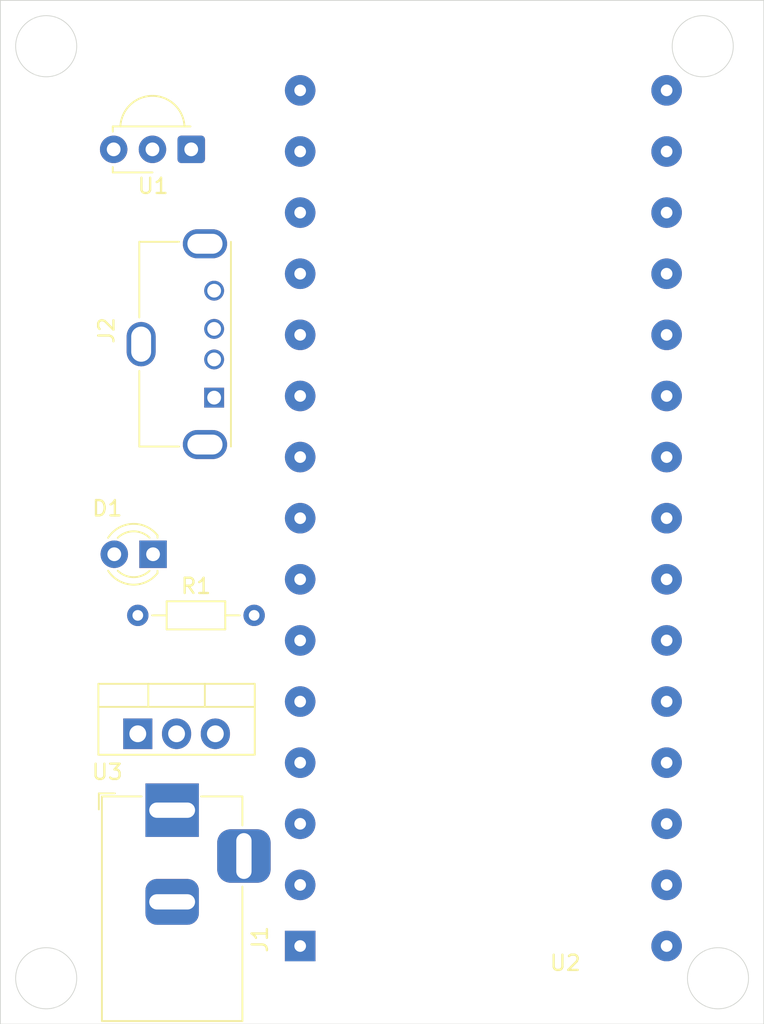
<source format=kicad_pcb>
(kicad_pcb (version 20171130) (host pcbnew "(5.1.9)-1")

  (general
    (thickness 1.6)
    (drawings 8)
    (tracks 0)
    (zones 0)
    (modules 7)
    (nets 35)
  )

  (page A4)
  (layers
    (0 F.Cu signal)
    (31 B.Cu signal)
    (32 B.Adhes user)
    (33 F.Adhes user)
    (34 B.Paste user)
    (35 F.Paste user)
    (36 B.SilkS user)
    (37 F.SilkS user)
    (38 B.Mask user)
    (39 F.Mask user)
    (40 Dwgs.User user)
    (41 Cmts.User user)
    (42 Eco1.User user)
    (43 Eco2.User user)
    (44 Edge.Cuts user)
    (45 Margin user)
    (46 B.CrtYd user)
    (47 F.CrtYd user)
    (48 B.Fab user)
    (49 F.Fab user)
  )

  (setup
    (last_trace_width 0.5)
    (user_trace_width 0.5)
    (user_trace_width 1)
    (trace_clearance 0.2)
    (zone_clearance 0.508)
    (zone_45_only no)
    (trace_min 0.2)
    (via_size 0.8)
    (via_drill 0.4)
    (via_min_size 0.4)
    (via_min_drill 0.3)
    (uvia_size 0.3)
    (uvia_drill 0.1)
    (uvias_allowed no)
    (uvia_min_size 0.2)
    (uvia_min_drill 0.1)
    (edge_width 0.05)
    (segment_width 0.2)
    (pcb_text_width 0.3)
    (pcb_text_size 1.5 1.5)
    (mod_edge_width 0.12)
    (mod_text_size 1 1)
    (mod_text_width 0.15)
    (pad_size 1.524 1.524)
    (pad_drill 0.762)
    (pad_to_mask_clearance 0)
    (aux_axis_origin 30 110)
    (visible_elements 7FFFFFFF)
    (pcbplotparams
      (layerselection 0x010fc_ffffffff)
      (usegerberextensions false)
      (usegerberattributes true)
      (usegerberadvancedattributes true)
      (creategerberjobfile true)
      (excludeedgelayer true)
      (linewidth 0.100000)
      (plotframeref false)
      (viasonmask false)
      (mode 1)
      (useauxorigin false)
      (hpglpennumber 1)
      (hpglpenspeed 20)
      (hpglpendiameter 15.000000)
      (psnegative false)
      (psa4output false)
      (plotreference true)
      (plotvalue true)
      (plotinvisibletext false)
      (padsonsilk false)
      (subtractmaskfromsilk false)
      (outputformat 1)
      (mirror false)
      (drillshape 1)
      (scaleselection 1)
      (outputdirectory ""))
  )

  (net 0 "")
  (net 1 GND)
  (net 2 +5V)
  (net 3 "Net-(J2-Pad3)")
  (net 4 "Net-(J2-Pad2)")
  (net 5 /D1)
  (net 6 "Net-(U2-Pad19)")
  (net 7 "Net-(U2-Pad30)")
  (net 8 "Net-(U2-Pad28)")
  (net 9 "Net-(U2-Pad27)")
  (net 10 "Net-(U2-Pad26)")
  (net 11 "Net-(U2-Pad25)")
  (net 12 "Net-(U2-Pad24)")
  (net 13 "Net-(U2-Pad23)")
  (net 14 "Net-(U2-Pad22)")
  (net 15 "Net-(U2-Pad21)")
  (net 16 "Net-(U2-Pad20)")
  (net 17 "Net-(U2-Pad18)")
  (net 18 "Net-(U2-Pad17)")
  (net 19 "Net-(U2-Pad16)")
  (net 20 "Net-(U2-Pad15)")
  (net 21 "Net-(U2-Pad14)")
  (net 22 "Net-(U2-Pad13)")
  (net 23 "Net-(U2-Pad12)")
  (net 24 "Net-(U2-Pad11)")
  (net 25 "Net-(U2-Pad10)")
  (net 26 "Net-(U2-Pad9)")
  (net 27 "Net-(U2-Pad8)")
  (net 28 "Net-(U2-Pad7)")
  (net 29 "Net-(U2-Pad6)")
  (net 30 "Net-(U2-Pad5)")
  (net 31 "Net-(U2-Pad4)")
  (net 32 "Net-(U2-Pad3)")
  (net 33 +5VP)
  (net 34 "Net-(D1-Pad1)")

  (net_class Default "This is the default net class."
    (clearance 0.2)
    (trace_width 0.25)
    (via_dia 0.8)
    (via_drill 0.4)
    (uvia_dia 0.3)
    (uvia_drill 0.1)
    (add_net +5V)
    (add_net +5VP)
    (add_net /D1)
    (add_net GND)
    (add_net "Net-(D1-Pad1)")
    (add_net "Net-(J2-Pad2)")
    (add_net "Net-(J2-Pad3)")
    (add_net "Net-(U2-Pad10)")
    (add_net "Net-(U2-Pad11)")
    (add_net "Net-(U2-Pad12)")
    (add_net "Net-(U2-Pad13)")
    (add_net "Net-(U2-Pad14)")
    (add_net "Net-(U2-Pad15)")
    (add_net "Net-(U2-Pad16)")
    (add_net "Net-(U2-Pad17)")
    (add_net "Net-(U2-Pad18)")
    (add_net "Net-(U2-Pad19)")
    (add_net "Net-(U2-Pad20)")
    (add_net "Net-(U2-Pad21)")
    (add_net "Net-(U2-Pad22)")
    (add_net "Net-(U2-Pad23)")
    (add_net "Net-(U2-Pad24)")
    (add_net "Net-(U2-Pad25)")
    (add_net "Net-(U2-Pad26)")
    (add_net "Net-(U2-Pad27)")
    (add_net "Net-(U2-Pad28)")
    (add_net "Net-(U2-Pad3)")
    (add_net "Net-(U2-Pad30)")
    (add_net "Net-(U2-Pad4)")
    (add_net "Net-(U2-Pad5)")
    (add_net "Net-(U2-Pad6)")
    (add_net "Net-(U2-Pad7)")
    (add_net "Net-(U2-Pad8)")
    (add_net "Net-(U2-Pad9)")
  )

  (module Resistor_THT:R_Axial_DIN0204_L3.6mm_D1.6mm_P7.62mm_Horizontal (layer F.Cu) (tedit 5AE5139B) (tstamp 61254ABD)
    (at 49 78.25)
    (descr "Resistor, Axial_DIN0204 series, Axial, Horizontal, pin pitch=7.62mm, 0.167W, length*diameter=3.6*1.6mm^2, http://cdn-reichelt.de/documents/datenblatt/B400/1_4W%23YAG.pdf")
    (tags "Resistor Axial_DIN0204 series Axial Horizontal pin pitch 7.62mm 0.167W length 3.6mm diameter 1.6mm")
    (path /6127BCD1)
    (fp_text reference R1 (at 3.81 -1.92) (layer F.SilkS)
      (effects (font (size 1 1) (thickness 0.15)))
    )
    (fp_text value R (at 3.81 1.92) (layer F.Fab)
      (effects (font (size 1 1) (thickness 0.15)))
    )
    (fp_line (start 8.57 -1.05) (end -0.95 -1.05) (layer F.CrtYd) (width 0.05))
    (fp_line (start 8.57 1.05) (end 8.57 -1.05) (layer F.CrtYd) (width 0.05))
    (fp_line (start -0.95 1.05) (end 8.57 1.05) (layer F.CrtYd) (width 0.05))
    (fp_line (start -0.95 -1.05) (end -0.95 1.05) (layer F.CrtYd) (width 0.05))
    (fp_line (start 6.68 0) (end 5.73 0) (layer F.SilkS) (width 0.12))
    (fp_line (start 0.94 0) (end 1.89 0) (layer F.SilkS) (width 0.12))
    (fp_line (start 5.73 -0.92) (end 1.89 -0.92) (layer F.SilkS) (width 0.12))
    (fp_line (start 5.73 0.92) (end 5.73 -0.92) (layer F.SilkS) (width 0.12))
    (fp_line (start 1.89 0.92) (end 5.73 0.92) (layer F.SilkS) (width 0.12))
    (fp_line (start 1.89 -0.92) (end 1.89 0.92) (layer F.SilkS) (width 0.12))
    (fp_line (start 7.62 0) (end 5.61 0) (layer F.Fab) (width 0.1))
    (fp_line (start 0 0) (end 2.01 0) (layer F.Fab) (width 0.1))
    (fp_line (start 5.61 -0.8) (end 2.01 -0.8) (layer F.Fab) (width 0.1))
    (fp_line (start 5.61 0.8) (end 5.61 -0.8) (layer F.Fab) (width 0.1))
    (fp_line (start 2.01 0.8) (end 5.61 0.8) (layer F.Fab) (width 0.1))
    (fp_line (start 2.01 -0.8) (end 2.01 0.8) (layer F.Fab) (width 0.1))
    (fp_text user %R (at 3.81 0) (layer F.Fab)
      (effects (font (size 0.72 0.72) (thickness 0.108)))
    )
    (pad 2 thru_hole oval (at 7.62 0) (size 1.4 1.4) (drill 0.7) (layers *.Cu *.Mask)
      (net 1 GND))
    (pad 1 thru_hole circle (at 0 0) (size 1.4 1.4) (drill 0.7) (layers *.Cu *.Mask)
      (net 34 "Net-(D1-Pad1)"))
    (model ${KISYS3DMOD}/Resistor_THT.3dshapes/R_Axial_DIN0204_L3.6mm_D1.6mm_P7.62mm_Horizontal.wrl
      (at (xyz 0 0 0))
      (scale (xyz 1 1 1))
      (rotate (xyz 0 0 0))
    )
  )

  (module LED_THT:LED_D3.0mm (layer F.Cu) (tedit 587A3A7B) (tstamp 61254A2C)
    (at 50 74.25 180)
    (descr "LED, diameter 3.0mm, 2 pins")
    (tags "LED diameter 3.0mm 2 pins")
    (path /6127AFA9)
    (fp_text reference D1 (at 3 3) (layer F.SilkS)
      (effects (font (size 1 1) (thickness 0.15)))
    )
    (fp_text value LED (at 1.27 2.96) (layer F.Fab)
      (effects (font (size 1 1) (thickness 0.15)))
    )
    (fp_line (start 3.7 -2.25) (end -1.15 -2.25) (layer F.CrtYd) (width 0.05))
    (fp_line (start 3.7 2.25) (end 3.7 -2.25) (layer F.CrtYd) (width 0.05))
    (fp_line (start -1.15 2.25) (end 3.7 2.25) (layer F.CrtYd) (width 0.05))
    (fp_line (start -1.15 -2.25) (end -1.15 2.25) (layer F.CrtYd) (width 0.05))
    (fp_line (start -0.29 1.08) (end -0.29 1.236) (layer F.SilkS) (width 0.12))
    (fp_line (start -0.29 -1.236) (end -0.29 -1.08) (layer F.SilkS) (width 0.12))
    (fp_line (start -0.23 -1.16619) (end -0.23 1.16619) (layer F.Fab) (width 0.1))
    (fp_circle (center 1.27 0) (end 2.77 0) (layer F.Fab) (width 0.1))
    (fp_arc (start 1.27 0) (end 0.229039 1.08) (angle -87.9) (layer F.SilkS) (width 0.12))
    (fp_arc (start 1.27 0) (end 0.229039 -1.08) (angle 87.9) (layer F.SilkS) (width 0.12))
    (fp_arc (start 1.27 0) (end -0.29 1.235516) (angle -108.8) (layer F.SilkS) (width 0.12))
    (fp_arc (start 1.27 0) (end -0.29 -1.235516) (angle 108.8) (layer F.SilkS) (width 0.12))
    (fp_arc (start 1.27 0) (end -0.23 -1.16619) (angle 284.3) (layer F.Fab) (width 0.1))
    (pad 2 thru_hole circle (at 2.54 0 180) (size 1.8 1.8) (drill 0.9) (layers *.Cu *.Mask)
      (net 33 +5VP))
    (pad 1 thru_hole rect (at 0 0 180) (size 1.8 1.8) (drill 0.9) (layers *.Cu *.Mask)
      (net 34 "Net-(D1-Pad1)"))
    (model ${KISYS3DMOD}/LED_THT.3dshapes/LED_D3.0mm.wrl
      (at (xyz 0 0 0))
      (scale (xyz 1 1 1))
      (rotate (xyz 0 0 0))
    )
  )

  (module Package_TO_SOT_THT:TO-220-3_Vertical (layer F.Cu) (tedit 5AC8BA0D) (tstamp 61253FA4)
    (at 49 86)
    (descr "TO-220-3, Vertical, RM 2.54mm, see https://www.vishay.com/docs/66542/to-220-1.pdf")
    (tags "TO-220-3 Vertical RM 2.54mm")
    (path /612690FD)
    (fp_text reference U3 (at -2 2.5) (layer F.SilkS)
      (effects (font (size 1 1) (thickness 0.15)))
    )
    (fp_text value LM7805_TO220 (at 2 3) (layer F.Fab)
      (effects (font (size 1 1) (thickness 0.15)))
    )
    (fp_line (start 7.79 -3.4) (end -2.71 -3.4) (layer F.CrtYd) (width 0.05))
    (fp_line (start 7.79 1.51) (end 7.79 -3.4) (layer F.CrtYd) (width 0.05))
    (fp_line (start -2.71 1.51) (end 7.79 1.51) (layer F.CrtYd) (width 0.05))
    (fp_line (start -2.71 -3.4) (end -2.71 1.51) (layer F.CrtYd) (width 0.05))
    (fp_line (start 4.391 -3.27) (end 4.391 -1.76) (layer F.SilkS) (width 0.12))
    (fp_line (start 0.69 -3.27) (end 0.69 -1.76) (layer F.SilkS) (width 0.12))
    (fp_line (start -2.58 -1.76) (end 7.66 -1.76) (layer F.SilkS) (width 0.12))
    (fp_line (start 7.66 -3.27) (end 7.66 1.371) (layer F.SilkS) (width 0.12))
    (fp_line (start -2.58 -3.27) (end -2.58 1.371) (layer F.SilkS) (width 0.12))
    (fp_line (start -2.58 1.371) (end 7.66 1.371) (layer F.SilkS) (width 0.12))
    (fp_line (start -2.58 -3.27) (end 7.66 -3.27) (layer F.SilkS) (width 0.12))
    (fp_line (start 4.39 -3.15) (end 4.39 -1.88) (layer F.Fab) (width 0.1))
    (fp_line (start 0.69 -3.15) (end 0.69 -1.88) (layer F.Fab) (width 0.1))
    (fp_line (start -2.46 -1.88) (end 7.54 -1.88) (layer F.Fab) (width 0.1))
    (fp_line (start 7.54 -3.15) (end -2.46 -3.15) (layer F.Fab) (width 0.1))
    (fp_line (start 7.54 1.25) (end 7.54 -3.15) (layer F.Fab) (width 0.1))
    (fp_line (start -2.46 1.25) (end 7.54 1.25) (layer F.Fab) (width 0.1))
    (fp_line (start -2.46 -3.15) (end -2.46 1.25) (layer F.Fab) (width 0.1))
    (fp_text user %R (at 2.54 -4.27) (layer F.Fab)
      (effects (font (size 1 1) (thickness 0.15)))
    )
    (pad 3 thru_hole oval (at 5.08 0) (size 1.905 2) (drill 1.1) (layers *.Cu *.Mask)
      (net 33 +5VP))
    (pad 2 thru_hole oval (at 2.54 0) (size 1.905 2) (drill 1.1) (layers *.Cu *.Mask)
      (net 1 GND))
    (pad 1 thru_hole rect (at 0 0) (size 1.905 2) (drill 1.1) (layers *.Cu *.Mask)
      (net 2 +5V))
    (model ${KISYS3DMOD}/Package_TO_SOT_THT.3dshapes/TO-220-3_Vertical.wrl
      (at (xyz 0 0 0))
      (scale (xyz 1 1 1))
      (rotate (xyz 0 0 0))
    )
  )

  (module Connector_BarrelJack:BarrelJack_Horizontal (layer F.Cu) (tedit 5A1DBF6A) (tstamp 6124E9CB)
    (at 51.25 91 90)
    (descr "DC Barrel Jack")
    (tags "Power Jack")
    (path /6125111E)
    (fp_text reference J1 (at -8.45 5.75 90) (layer F.SilkS)
      (effects (font (size 1 1) (thickness 0.15)))
    )
    (fp_text value Barrel_Jack_Switch (at -3 -5.5 90) (layer F.Fab)
      (effects (font (size 1 1) (thickness 0.15)))
    )
    (fp_line (start -0.003213 -4.505425) (end 0.8 -3.75) (layer F.Fab) (width 0.1))
    (fp_line (start 1.1 -3.75) (end 1.1 -4.8) (layer F.SilkS) (width 0.12))
    (fp_line (start 0.05 -4.8) (end 1.1 -4.8) (layer F.SilkS) (width 0.12))
    (fp_line (start 1 -4.5) (end 1 -4.75) (layer F.CrtYd) (width 0.05))
    (fp_line (start 1 -4.75) (end -14 -4.75) (layer F.CrtYd) (width 0.05))
    (fp_line (start 1 -4.5) (end 1 -2) (layer F.CrtYd) (width 0.05))
    (fp_line (start 1 -2) (end 2 -2) (layer F.CrtYd) (width 0.05))
    (fp_line (start 2 -2) (end 2 2) (layer F.CrtYd) (width 0.05))
    (fp_line (start 2 2) (end 1 2) (layer F.CrtYd) (width 0.05))
    (fp_line (start 1 2) (end 1 4.75) (layer F.CrtYd) (width 0.05))
    (fp_line (start 1 4.75) (end -1 4.75) (layer F.CrtYd) (width 0.05))
    (fp_line (start -1 4.75) (end -1 6.75) (layer F.CrtYd) (width 0.05))
    (fp_line (start -1 6.75) (end -5 6.75) (layer F.CrtYd) (width 0.05))
    (fp_line (start -5 6.75) (end -5 4.75) (layer F.CrtYd) (width 0.05))
    (fp_line (start -5 4.75) (end -14 4.75) (layer F.CrtYd) (width 0.05))
    (fp_line (start -14 4.75) (end -14 -4.75) (layer F.CrtYd) (width 0.05))
    (fp_line (start -5 4.6) (end -13.8 4.6) (layer F.SilkS) (width 0.12))
    (fp_line (start -13.8 4.6) (end -13.8 -4.6) (layer F.SilkS) (width 0.12))
    (fp_line (start 0.9 1.9) (end 0.9 4.6) (layer F.SilkS) (width 0.12))
    (fp_line (start 0.9 4.6) (end -1 4.6) (layer F.SilkS) (width 0.12))
    (fp_line (start -13.8 -4.6) (end 0.9 -4.6) (layer F.SilkS) (width 0.12))
    (fp_line (start 0.9 -4.6) (end 0.9 -2) (layer F.SilkS) (width 0.12))
    (fp_line (start -10.2 -4.5) (end -10.2 4.5) (layer F.Fab) (width 0.1))
    (fp_line (start -13.7 -4.5) (end -13.7 4.5) (layer F.Fab) (width 0.1))
    (fp_line (start -13.7 4.5) (end 0.8 4.5) (layer F.Fab) (width 0.1))
    (fp_line (start 0.8 4.5) (end 0.8 -3.75) (layer F.Fab) (width 0.1))
    (fp_line (start 0 -4.5) (end -13.7 -4.5) (layer F.Fab) (width 0.1))
    (fp_text user %R (at -3 -2.95 90) (layer F.Fab)
      (effects (font (size 1 1) (thickness 0.15)))
    )
    (pad 3 thru_hole roundrect (at -3 4.7 90) (size 3.5 3.5) (drill oval 3 1) (layers *.Cu *.Mask) (roundrect_rratio 0.25)
      (net 1 GND))
    (pad 2 thru_hole roundrect (at -6 0 90) (size 3 3.5) (drill oval 1 3) (layers *.Cu *.Mask) (roundrect_rratio 0.25)
      (net 1 GND))
    (pad 1 thru_hole rect (at 0 0 90) (size 3.5 3.5) (drill oval 1 3) (layers *.Cu *.Mask)
      (net 2 +5V))
    (model ${KISYS3DMOD}/Connector_BarrelJack.3dshapes/BarrelJack_Horizontal.wrl
      (at (xyz 0 0 0))
      (scale (xyz 1 1 1))
      (rotate (xyz 0 0 0))
    )
  )

  (module Mi_libreria:Nodemcu (layer F.Cu) (tedit 600AC149) (tstamp 6124E4D1)
    (at 71.634999 99.889999)
    (path /6123BF7F)
    (fp_text reference U2 (at 5.365001 1.110001) (layer F.SilkS)
      (effects (font (size 1 1) (thickness 0.15)))
    )
    (fp_text value Nodemcu (at -0.5 1.110001) (layer F.Fab)
      (effects (font (size 1 1) (thickness 0.15)))
    )
    (fp_line (start -10 0) (end 10 0) (layer Eco2.User) (width 0.5))
    (fp_line (start 10 0) (end 10 -56) (layer Eco2.User) (width 0.5))
    (fp_line (start 10 -56) (end -10 -56) (layer Eco2.User) (width 0.5))
    (fp_line (start -10 -56) (end -10 0) (layer Eco2.User) (width 0.5))
    (fp_line (start -3 0) (end -3 -4) (layer Eco2.User) (width 0.5))
    (fp_line (start 3 -4) (end 3 0) (layer Eco2.User) (width 0.5))
    (fp_line (start 3 -4) (end -3 -4) (layer Eco2.User) (width 0.5))
    (pad 19 thru_hole circle (at 12 -12) (size 2 2) (drill 0.762) (layers *.Cu *.Mask)
      (net 6 "Net-(U2-Pad19)"))
    (pad 30 thru_hole circle (at 12 -56) (size 2 2) (drill 0.762) (layers *.Cu *.Mask)
      (net 7 "Net-(U2-Pad30)"))
    (pad 29 thru_hole circle (at 12 -52) (size 2 2) (drill 0.762) (layers *.Cu *.Mask)
      (net 5 /D1))
    (pad 28 thru_hole circle (at 12 -48) (size 2 2) (drill 0.762) (layers *.Cu *.Mask)
      (net 8 "Net-(U2-Pad28)"))
    (pad 27 thru_hole circle (at 12 -44) (size 2 2) (drill 0.762) (layers *.Cu *.Mask)
      (net 9 "Net-(U2-Pad27)"))
    (pad 26 thru_hole circle (at 12 -40) (size 2 2) (drill 0.762) (layers *.Cu *.Mask)
      (net 10 "Net-(U2-Pad26)"))
    (pad 25 thru_hole circle (at 12 -36) (size 2 2) (drill 0.762) (layers *.Cu *.Mask)
      (net 11 "Net-(U2-Pad25)"))
    (pad 24 thru_hole circle (at 12 -32) (size 2 2) (drill 0.762) (layers *.Cu *.Mask)
      (net 12 "Net-(U2-Pad24)"))
    (pad 23 thru_hole circle (at 12 -28) (size 2 2) (drill 0.762) (layers *.Cu *.Mask)
      (net 13 "Net-(U2-Pad23)"))
    (pad 22 thru_hole circle (at 12 -24) (size 2 2) (drill 0.762) (layers *.Cu *.Mask)
      (net 14 "Net-(U2-Pad22)"))
    (pad 21 thru_hole circle (at 12 -20) (size 2 2) (drill 0.762) (layers *.Cu *.Mask)
      (net 15 "Net-(U2-Pad21)"))
    (pad 20 thru_hole circle (at 12 -16) (size 2 2) (drill 0.762) (layers *.Cu *.Mask)
      (net 16 "Net-(U2-Pad20)"))
    (pad 18 thru_hole circle (at 12 -8) (size 2 2) (drill 0.762) (layers *.Cu *.Mask)
      (net 17 "Net-(U2-Pad18)"))
    (pad 17 thru_hole circle (at 12 -4) (size 2 2) (drill 0.762) (layers *.Cu *.Mask)
      (net 18 "Net-(U2-Pad17)"))
    (pad 16 thru_hole circle (at 12 0) (size 2 2) (drill 0.762) (layers *.Cu *.Mask)
      (net 19 "Net-(U2-Pad16)"))
    (pad 15 thru_hole circle (at -12 -56) (size 2 2) (drill 0.762) (layers *.Cu *.Mask)
      (net 20 "Net-(U2-Pad15)"))
    (pad 14 thru_hole circle (at -12 -52) (size 2 2) (drill 0.762) (layers *.Cu *.Mask)
      (net 21 "Net-(U2-Pad14)"))
    (pad 13 thru_hole circle (at -12 -48) (size 2 2) (drill 0.762) (layers *.Cu *.Mask)
      (net 22 "Net-(U2-Pad13)"))
    (pad 12 thru_hole circle (at -12 -44) (size 2 2) (drill 0.762) (layers *.Cu *.Mask)
      (net 23 "Net-(U2-Pad12)"))
    (pad 11 thru_hole circle (at -12 -40) (size 2 2) (drill 0.762) (layers *.Cu *.Mask)
      (net 24 "Net-(U2-Pad11)"))
    (pad 10 thru_hole circle (at -12 -36) (size 2 2) (drill 0.762) (layers *.Cu *.Mask)
      (net 25 "Net-(U2-Pad10)"))
    (pad 9 thru_hole circle (at -12 -32) (size 2 2) (drill 0.762) (layers *.Cu *.Mask)
      (net 26 "Net-(U2-Pad9)"))
    (pad 8 thru_hole circle (at -12 -28) (size 2 2) (drill 0.762) (layers *.Cu *.Mask)
      (net 27 "Net-(U2-Pad8)"))
    (pad 7 thru_hole circle (at -12 -24) (size 2 2) (drill 0.762) (layers *.Cu *.Mask)
      (net 28 "Net-(U2-Pad7)"))
    (pad 6 thru_hole circle (at -12 -20) (size 2 2) (drill 0.762) (layers *.Cu *.Mask)
      (net 29 "Net-(U2-Pad6)"))
    (pad 5 thru_hole circle (at -12 -16) (size 2 2) (drill 0.762) (layers *.Cu *.Mask)
      (net 30 "Net-(U2-Pad5)"))
    (pad 4 thru_hole circle (at -12 -12) (size 2 2) (drill 0.762) (layers *.Cu *.Mask)
      (net 31 "Net-(U2-Pad4)"))
    (pad 3 thru_hole circle (at -12 -8) (size 2 2) (drill 0.762) (layers *.Cu *.Mask)
      (net 32 "Net-(U2-Pad3)"))
    (pad 2 thru_hole circle (at -12 -4) (size 2 2) (drill 0.762) (layers *.Cu *.Mask)
      (net 1 GND))
    (pad 1 thru_hole rect (at -12 0) (size 2 2) (drill 0.762) (layers *.Cu *.Mask)
      (net 33 +5VP))
  )

  (module OptoDevice:Vishay_MINICAST-3Pin (layer F.Cu) (tedit 5B8886B7) (tstamp 6124E4A8)
    (at 52.5 47.75 180)
    (descr "IR Receiver Vishay TSOP-xxxx, MINICAST package, see https://www.vishay.com/docs/82669/tsop32s40f.pdf")
    (tags "IR Receiver Vishay TSOP-xxxx MINICAST")
    (path /6125954B)
    (fp_text reference U1 (at 2.5 -2.4 180) (layer F.SilkS)
      (effects (font (size 1 1) (thickness 0.15)))
    )
    (fp_text value TSOP17xx (at 2.55 4.6 180) (layer F.Fab)
      (effects (font (size 1 1) (thickness 0.15)))
    )
    (fp_line (start 5.14 -1.16) (end 5.14 -1.51) (layer F.SilkS) (width 0.12))
    (fp_line (start 5.14 -1.51) (end 2.54 -1.51) (layer F.SilkS) (width 0.12))
    (fp_line (start 5.14 1.16) (end 5.14 1.5) (layer F.SilkS) (width 0.12))
    (fp_line (start 5.14 1.5) (end 0.05 1.5) (layer F.SilkS) (width 0.12))
    (fp_line (start 0.79 -1.4) (end 5.04 -1.4) (layer F.Fab) (width 0.1))
    (fp_line (start 5.04 -1.4) (end 5.04 1.4) (layer F.Fab) (width 0.1))
    (fp_line (start 5.04 1.4) (end 0.04 1.4) (layer F.Fab) (width 0.1))
    (fp_line (start 0.04 1.4) (end 0.04 -0.65) (layer F.Fab) (width 0.1))
    (fp_line (start -1.15 -1.65) (end 6.23 -1.65) (layer F.CrtYd) (width 0.05))
    (fp_line (start -1.15 -1.65) (end -1.15 3.7) (layer F.CrtYd) (width 0.05))
    (fp_line (start 6.23 3.7) (end 6.23 -1.65) (layer F.CrtYd) (width 0.05))
    (fp_line (start 6.23 3.7) (end -1.15 3.7) (layer F.CrtYd) (width 0.05))
    (fp_line (start 0.79 -1.4) (end 0.04 -0.65) (layer F.Fab) (width 0.1))
    (fp_arc (start 2.54 1.4) (end 4.54 1.4) (angle 180) (layer F.Fab) (width 0.1))
    (fp_arc (start 2.54 1.4) (end 4.64 1.5) (angle 174.5) (layer F.SilkS) (width 0.12))
    (fp_text user %R (at 2.54 0) (layer F.Fab)
      (effects (font (size 1 1) (thickness 0.15)))
    )
    (pad 3 thru_hole circle (at 5.08 0 180) (size 1.8 1.8) (drill 0.9) (layers *.Cu *.Mask)
      (net 5 /D1))
    (pad 2 thru_hole circle (at 2.54 0 180) (size 1.8 1.8) (drill 0.9) (layers *.Cu *.Mask)
      (net 33 +5VP))
    (pad 1 thru_hole roundrect (at 0 0 180) (size 1.8 1.8) (drill 0.9) (layers *.Cu *.Mask) (roundrect_rratio 0.139)
      (net 1 GND))
    (model ${KISYS3DMOD}/OptoDevice.3dshapes/Vishay_MINICAST-3Pin.wrl
      (at (xyz 0 0 0))
      (scale (xyz 1 1 1))
      (rotate (xyz 0 0 0))
    )
  )

  (module Connector_USB:USB_A_Molex_105057_Vertical (layer F.Cu) (tedit 5C671087) (tstamp 6124F0C3)
    (at 54 64 90)
    (descr https://www.molex.com/pdm_docs/sd/1050570001_sd.pdf)
    (tags "USB A Vertical")
    (path /6123A274)
    (fp_text reference J2 (at 4.4 -7.05 90) (layer F.SilkS)
      (effects (font (size 1 1) (thickness 0.15)))
    )
    (fp_text value USB_A (at 3.5 2.4 90) (layer F.Fab)
      (effects (font (size 1 1) (thickness 0.15)))
    )
    (fp_line (start -3.05 -4.76) (end 10.05 -4.76) (layer F.Fab) (width 0.1))
    (fp_line (start 10.05 -4.76) (end 10.05 0.96) (layer F.Fab) (width 0.1))
    (fp_line (start -3.05 0.96) (end -3.05 -4.76) (layer F.Fab) (width 0.1))
    (fp_line (start 11.52 -6.23) (end 11.52 1.46) (layer F.CrtYd) (width 0.05))
    (fp_line (start 11.52 1.46) (end -4.52 1.46) (layer F.CrtYd) (width 0.05))
    (fp_line (start -4.52 1.46) (end -4.52 -6.23) (layer F.CrtYd) (width 0.05))
    (fp_line (start -4.52 -6.23) (end 11.52 -6.23) (layer F.CrtYd) (width 0.05))
    (fp_line (start -0.65 0.96) (end 0 0.2) (layer F.Fab) (width 0.1))
    (fp_line (start 0 0.2) (end 0.65 0.96) (layer F.Fab) (width 0.1))
    (fp_line (start -0.65 0.96) (end -3.05 0.96) (layer F.Fab) (width 0.1))
    (fp_line (start 10.05 0.96) (end 0.65 0.96) (layer F.Fab) (width 0.1))
    (fp_line (start -3.2 -4.9) (end 1.75 -4.9) (layer F.SilkS) (width 0.12))
    (fp_line (start -3.2 -4.9) (end -3.2 -2.3) (layer F.SilkS) (width 0.12))
    (fp_line (start 10.2 -4.9) (end 10.2 -2.3) (layer F.SilkS) (width 0.12))
    (fp_line (start 10.2 -4.9) (end 5.25 -4.9) (layer F.SilkS) (width 0.12))
    (fp_line (start 10.2 1.1) (end -3.2 1.1) (layer F.SilkS) (width 0.12))
    (fp_text user %R (at 3.45 -2.15 90) (layer F.Fab)
      (effects (font (size 1 1) (thickness 0.15)))
    )
    (pad 5 thru_hole oval (at 3.5 -4.78 180) (size 1.9 2.9) (drill oval 1.3 2.3) (layers *.Cu *.Mask)
      (net 1 GND))
    (pad 5 thru_hole oval (at 10.07 -0.6 90) (size 1.9 2.9) (drill oval 1.3 2.3) (layers *.Cu *.Mask)
      (net 1 GND))
    (pad 5 thru_hole oval (at -3.07 -0.6 270) (size 1.9 2.9) (drill oval 1.3 2.3) (layers *.Cu *.Mask)
      (net 1 GND))
    (pad 4 thru_hole circle (at 7 0 90) (size 1.3 1.3) (drill 0.9) (layers *.Cu *.Mask)
      (net 1 GND))
    (pad 3 thru_hole circle (at 4.5 0 90) (size 1.3 1.3) (drill 0.9) (layers *.Cu *.Mask)
      (net 3 "Net-(J2-Pad3)"))
    (pad 2 thru_hole circle (at 2.5 0 90) (size 1.3 1.3) (drill 0.9) (layers *.Cu *.Mask)
      (net 4 "Net-(J2-Pad2)"))
    (pad 1 thru_hole rect (at 0 0 90) (size 1.3 1.3) (drill 0.9) (layers *.Cu *.Mask)
      (net 33 +5VP))
    (model ${KISYS3DMOD}/Connector_USB.3dshapes/USB_A_Molex_105057_Vertical.wrl
      (at (xyz 0 0 0))
      (scale (xyz 1 1 1))
      (rotate (xyz 0 0 0))
    )
  )

  (gr_line (start 40 38) (end 40 105) (layer Edge.Cuts) (width 0.05) (tstamp 61264A4F))
  (gr_line (start 90 38) (end 40 38) (layer Edge.Cuts) (width 0.05))
  (gr_line (start 90 105) (end 90 38) (layer Edge.Cuts) (width 0.05))
  (gr_line (start 40 105) (end 90 105) (layer Edge.Cuts) (width 0.05))
  (gr_circle (center 43 41) (end 43 39) (layer Edge.Cuts) (width 0.05) (tstamp 61264A22))
  (gr_circle (center 86 41) (end 86 39) (layer Edge.Cuts) (width 0.05) (tstamp 612649EA))
  (gr_circle (center 87 102) (end 87 100) (layer Edge.Cuts) (width 0.05) (tstamp 6126497C))
  (gr_circle (center 43 102) (end 43 100) (layer Edge.Cuts) (width 0.05))

)

</source>
